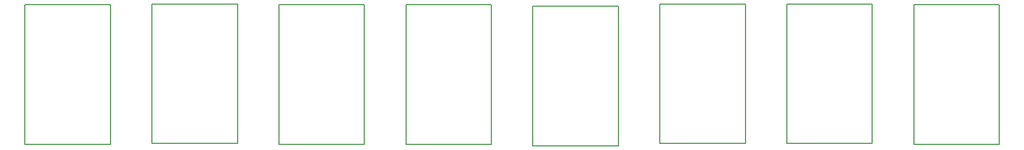
<source format=gbr>
%TF.GenerationSoftware,KiCad,Pcbnew,(6.0.0-0)*%
%TF.CreationDate,2022-01-27T15:42:08+01:00*%
%TF.ProjectId,GlowBand,476c6f77-4261-46e6-942e-6b696361645f,rev?*%
%TF.SameCoordinates,Original*%
%TF.FileFunction,Legend,Bot*%
%TF.FilePolarity,Positive*%
%FSLAX46Y46*%
G04 Gerber Fmt 4.6, Leading zero omitted, Abs format (unit mm)*
G04 Created by KiCad (PCBNEW (6.0.0-0)) date 2022-01-27 15:42:08*
%MOMM*%
%LPD*%
G01*
G04 APERTURE LIST*
%ADD10C,0.200000*%
G04 APERTURE END LIST*
D10*
X131892142Y-93726000D02*
X145892142Y-93726000D01*
X145892142Y-93726000D02*
X145892142Y-116726000D01*
X145892142Y-116726000D02*
X131892142Y-116726000D01*
X131892142Y-116726000D02*
X131892142Y-93726000D01*
X69469000Y-93726000D02*
X83469000Y-93726000D01*
X83469000Y-93726000D02*
X83469000Y-116726000D01*
X83469000Y-116726000D02*
X69469000Y-116726000D01*
X69469000Y-116726000D02*
X69469000Y-93726000D01*
X215123000Y-93726000D02*
X229123000Y-93726000D01*
X229123000Y-93726000D02*
X229123000Y-116726000D01*
X229123000Y-116726000D02*
X215123000Y-116726000D01*
X215123000Y-116726000D02*
X215123000Y-93726000D01*
X152699856Y-93980000D02*
X166699856Y-93980000D01*
X166699856Y-93980000D02*
X166699856Y-116980000D01*
X166699856Y-116980000D02*
X152699856Y-116980000D01*
X152699856Y-116980000D02*
X152699856Y-93980000D01*
X173507570Y-93599000D02*
X187507570Y-93599000D01*
X187507570Y-93599000D02*
X187507570Y-116599000D01*
X187507570Y-116599000D02*
X173507570Y-116599000D01*
X173507570Y-116599000D02*
X173507570Y-93599000D01*
X194315284Y-93599000D02*
X208315284Y-93599000D01*
X208315284Y-93599000D02*
X208315284Y-116599000D01*
X208315284Y-116599000D02*
X194315284Y-116599000D01*
X194315284Y-116599000D02*
X194315284Y-93599000D01*
X111084428Y-93726000D02*
X125084428Y-93726000D01*
X125084428Y-93726000D02*
X125084428Y-116726000D01*
X125084428Y-116726000D02*
X111084428Y-116726000D01*
X111084428Y-116726000D02*
X111084428Y-93726000D01*
X90276714Y-93599000D02*
X104276714Y-93599000D01*
X104276714Y-93599000D02*
X104276714Y-116599000D01*
X104276714Y-116599000D02*
X90276714Y-116599000D01*
X90276714Y-116599000D02*
X90276714Y-93599000D01*
M02*

</source>
